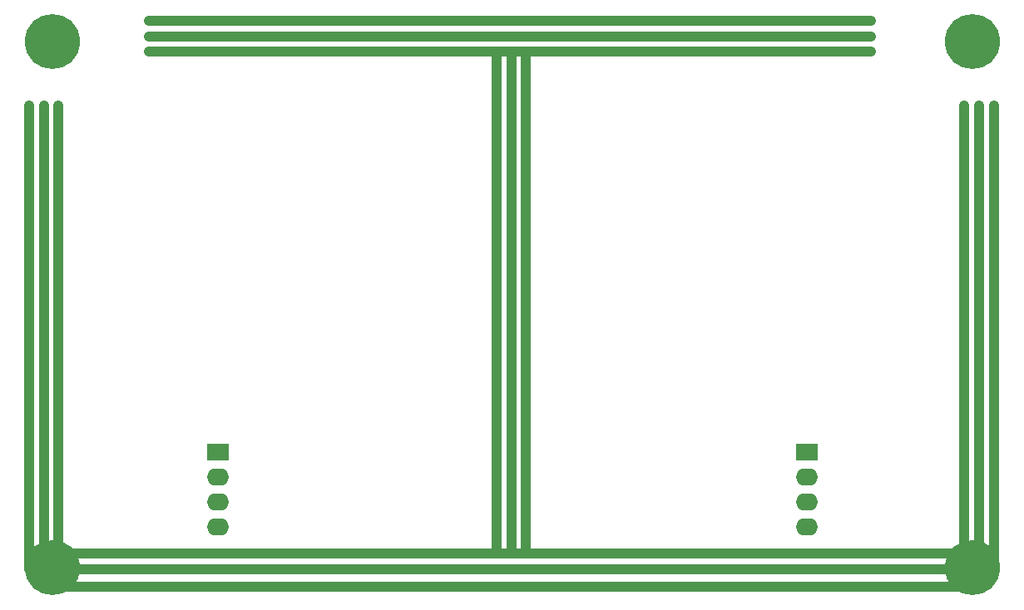
<source format=gbr>
%TF.GenerationSoftware,KiCad,Pcbnew,8.0.2*%
%TF.CreationDate,2024-06-09T17:22:24+08:00*%
%TF.ProjectId,MW_Buck_Boost_PB,4d575f42-7563-46b5-9f42-6f6f73745f50,rev?*%
%TF.SameCoordinates,Original*%
%TF.FileFunction,Soldermask,Bot*%
%TF.FilePolarity,Negative*%
%FSLAX46Y46*%
G04 Gerber Fmt 4.6, Leading zero omitted, Abs format (unit mm)*
G04 Created by KiCad (PCBNEW 8.0.2) date 2024-06-09 17:22:24*
%MOMM*%
%LPD*%
G01*
G04 APERTURE LIST*
%ADD10C,1.000000*%
%ADD11C,5.600000*%
%ADD12R,2.250000X1.750000*%
%ADD13O,2.250000X1.750000*%
G04 APERTURE END LIST*
D10*
X75840000Y-123565000D02*
X167310000Y-123565000D01*
X169750000Y-77975000D02*
X169750000Y-125135000D01*
X74520000Y-77975000D02*
X74520000Y-122765000D01*
X83750000Y-72445000D02*
X157210000Y-72445000D01*
X122110000Y-123545000D02*
X122110000Y-72755000D01*
X71580000Y-77975000D02*
X71580000Y-125205000D01*
X83740000Y-69325000D02*
X157250000Y-69325000D01*
X74960000Y-126995000D02*
X166430000Y-126995000D01*
X119170000Y-123565000D02*
X119170000Y-72765000D01*
X76070000Y-125185000D02*
X167540000Y-125185000D01*
X120640000Y-123565000D02*
X120640000Y-72775000D01*
X168250000Y-77975000D02*
X168250000Y-123105000D01*
X73090000Y-77985000D02*
X73090000Y-123075000D01*
X166750000Y-77972500D02*
X166750000Y-122595000D01*
X83750000Y-70945000D02*
X157250000Y-70945000D01*
D11*
%TO.C,H4*%
X167550000Y-71475000D03*
%TD*%
%TO.C,H3*%
X167550000Y-125075000D03*
%TD*%
%TO.C,H2*%
X73950000Y-125075000D03*
%TD*%
%TO.C,H1*%
X73950000Y-71475000D03*
%TD*%
D12*
%TO.C,PS2*%
X150750000Y-113275000D03*
D13*
X150750000Y-115815000D03*
X150750000Y-118355000D03*
X150750000Y-120895000D03*
%TD*%
D12*
%TO.C,PS1*%
X90750000Y-113275000D03*
D13*
X90750000Y-115815000D03*
X90750000Y-118355000D03*
X90750000Y-120895000D03*
%TD*%
M02*

</source>
